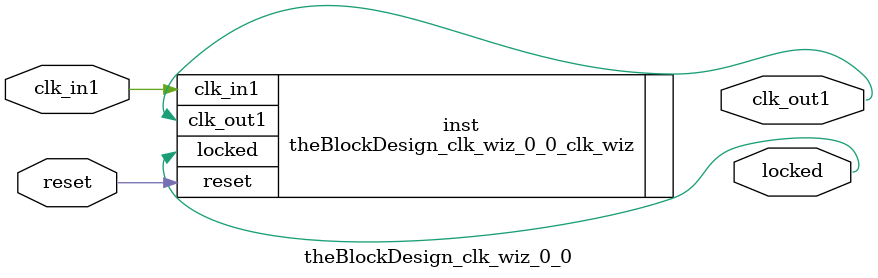
<source format=v>


`timescale 1ps/1ps

(* CORE_GENERATION_INFO = "theBlockDesign_clk_wiz_0_0,clk_wiz_v6_0_9_0_0,{component_name=theBlockDesign_clk_wiz_0_0,use_phase_alignment=true,use_min_o_jitter=false,use_max_i_jitter=false,use_dyn_phase_shift=false,use_inclk_switchover=false,use_dyn_reconfig=false,enable_axi=0,feedback_source=FDBK_AUTO,PRIMITIVE=MMCM,num_out_clk=1,clkin1_period=83.333,clkin2_period=10.0,use_power_down=false,use_reset=true,use_locked=true,use_inclk_stopped=false,feedback_type=SINGLE,CLOCK_MGR_TYPE=NA,manual_override=false}" *)

module theBlockDesign_clk_wiz_0_0 
 (
  // Clock out ports
  output        clk_out1,
  // Status and control signals
  input         reset,
  output        locked,
 // Clock in ports
  input         clk_in1
 );

  theBlockDesign_clk_wiz_0_0_clk_wiz inst
  (
  // Clock out ports  
  .clk_out1(clk_out1),
  // Status and control signals               
  .reset(reset), 
  .locked(locked),
 // Clock in ports
  .clk_in1(clk_in1)
  );

endmodule

</source>
